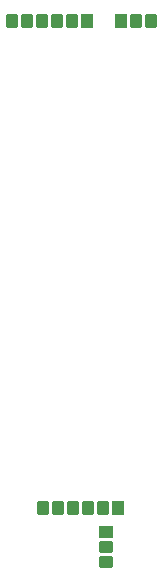
<source format=gbr>
%TF.GenerationSoftware,Altium Limited,Altium Designer,21.2.2 (38)*%
G04 Layer_Color=8388736*
%FSLAX45Y45*%
%MOMM*%
%TF.SameCoordinates,97337FA2-2587-4777-A85E-210607466B5F*%
%TF.FilePolarity,Negative*%
%TF.FileFunction,Soldermask,Top*%
%TF.Part,Single*%
G01*
G75*
%TA.AperFunction,ComponentPad*%
G04:AMPARAMS|DCode=11|XSize=1.2mm|YSize=1.1mm|CornerRadius=0.275mm|HoleSize=0mm|Usage=FLASHONLY|Rotation=90.000|XOffset=0mm|YOffset=0mm|HoleType=Round|Shape=RoundedRectangle|*
%AMROUNDEDRECTD11*
21,1,1.20000,0.55000,0,0,90.0*
21,1,0.65000,1.10000,0,0,90.0*
1,1,0.55000,0.27500,0.32500*
1,1,0.55000,0.27500,-0.32500*
1,1,0.55000,-0.27500,-0.32500*
1,1,0.55000,-0.27500,0.32500*
%
%ADD11ROUNDEDRECTD11*%
%ADD12R,1.10000X1.20000*%
G04:AMPARAMS|DCode=13|XSize=1.2mm|YSize=1.1mm|CornerRadius=0.275mm|HoleSize=0mm|Usage=FLASHONLY|Rotation=0.000|XOffset=0mm|YOffset=0mm|HoleType=Round|Shape=RoundedRectangle|*
%AMROUNDEDRECTD13*
21,1,1.20000,0.55000,0,0,0.0*
21,1,0.65000,1.10000,0,0,0.0*
1,1,0.55000,0.32500,-0.27500*
1,1,0.55000,-0.32500,-0.27500*
1,1,0.55000,-0.32500,0.27500*
1,1,0.55000,0.32500,0.27500*
%
%ADD13ROUNDEDRECTD13*%
%ADD14R,1.20000X1.10000*%
D11*
X1527000Y4875000D02*
D03*
X1400000D02*
D03*
X475000D02*
D03*
X348000D02*
D03*
X729000D02*
D03*
X602000D02*
D03*
X856000D02*
D03*
X742000Y750000D02*
D03*
X615000D02*
D03*
X996000D02*
D03*
X869000D02*
D03*
X1123000D02*
D03*
D12*
X1273000Y4875000D02*
D03*
X983000D02*
D03*
X1250000Y750000D02*
D03*
D13*
X1149000Y293000D02*
D03*
Y420000D02*
D03*
D14*
Y547000D02*
D03*
%TF.MD5,6909e84b451ea58d7d467dfe726c3fef*%
M02*

</source>
